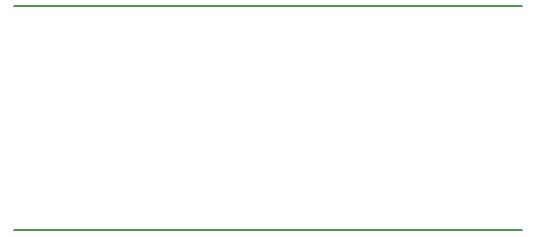
<source format=gbr>
%TF.GenerationSoftware,KiCad,Pcbnew,(6.0.11)*%
%TF.CreationDate,2023-07-10T20:07:27-05:00*%
%TF.ProjectId,SchottkyNoiseSource,5363686f-7474-46b7-994e-6f697365536f,rev?*%
%TF.SameCoordinates,Original*%
%TF.FileFunction,Legend,Bot*%
%TF.FilePolarity,Positive*%
%FSLAX46Y46*%
G04 Gerber Fmt 4.6, Leading zero omitted, Abs format (unit mm)*
G04 Created by KiCad (PCBNEW (6.0.11)) date 2023-07-10 20:07:27*
%MOMM*%
%LPD*%
G01*
G04 APERTURE LIST*
%ADD10C,0.150000*%
%ADD11C,1.440000*%
%ADD12R,5.080000X1.500000*%
%ADD13R,3.000000X3.000000*%
%ADD14C,3.000000*%
G04 APERTURE END LIST*
D10*
X94000000Y-119000000D02*
X137000000Y-119000000D01*
X94000000Y-100000000D02*
X137000000Y-100000000D01*
%LPC*%
D11*
%TO.C,RV1*%
X114110000Y-93860000D03*
X111570000Y-93860000D03*
X109030000Y-93860000D03*
%TD*%
%TO.C,RV2*%
X114320000Y-112610000D03*
X111780000Y-112610000D03*
X109240000Y-112610000D03*
%TD*%
%TO.C,RV3*%
X113330000Y-132240000D03*
X110790000Y-132240000D03*
X108250000Y-132240000D03*
%TD*%
D12*
%TO.C,J1*%
X133630000Y-85970000D03*
X133630000Y-94470000D03*
%TD*%
D13*
%TO.C,J3*%
X100120000Y-108260000D03*
D14*
X100120000Y-113340000D03*
%TD*%
D13*
%TO.C,J2*%
X99580000Y-88840000D03*
D14*
X99580000Y-93920000D03*
%TD*%
D12*
%TO.C,J6*%
X133637500Y-124290000D03*
X133637500Y-132790000D03*
%TD*%
%TO.C,J4*%
X133687500Y-113260000D03*
X133687500Y-104760000D03*
%TD*%
D13*
%TO.C,J5*%
X100000000Y-127000000D03*
D14*
X100000000Y-132080000D03*
%TD*%
M02*

</source>
